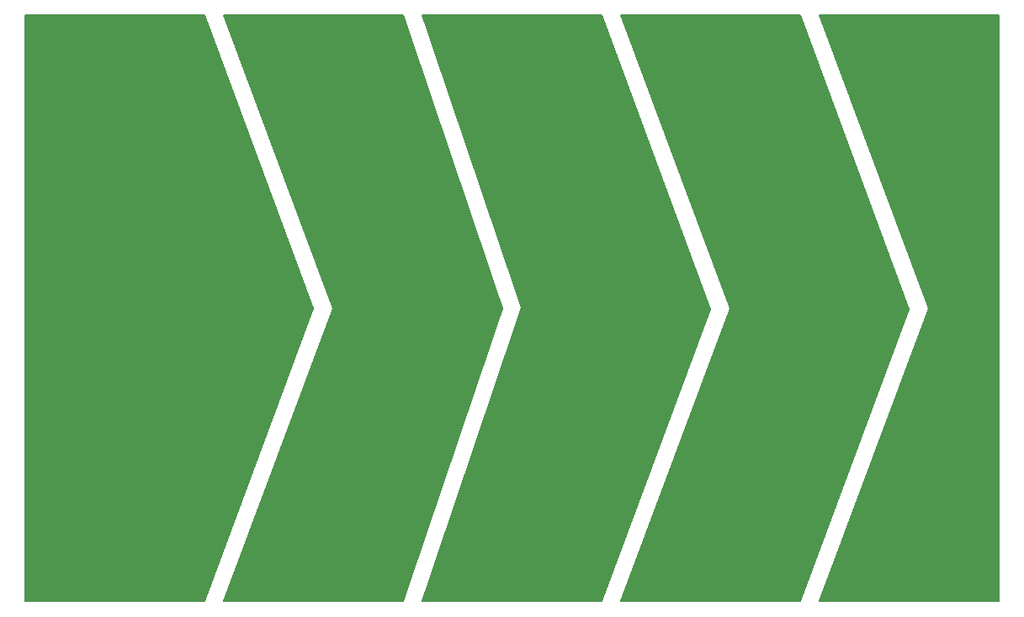
<source format=gbr>
%TF.GenerationSoftware,KiCad,Pcbnew,8.0.6*%
%TF.CreationDate,2024-11-11T19:11:30+01:00*%
%TF.ProjectId,touch-pad,746f7563-682d-4706-9164-2e6b69636164,rev?*%
%TF.SameCoordinates,Original*%
%TF.FileFunction,Copper,L1,Top*%
%TF.FilePolarity,Positive*%
%FSLAX46Y46*%
G04 Gerber Fmt 4.6, Leading zero omitted, Abs format (unit mm)*
G04 Created by KiCad (PCBNEW 8.0.6) date 2024-11-11 19:11:30*
%MOMM*%
%LPD*%
G01*
G04 APERTURE LIST*
%TA.AperFunction,Conductor*%
%ADD10C,0.200000*%
%TD*%
%TA.AperFunction,ComponentPad*%
%ADD11R,1.700000X1.700000*%
%TD*%
G04 APERTURE END LIST*
D10*
%TO.N,GPIO4_T*%
X195732500Y-96785000D02*
X184755000Y-126220000D01*
X184755000Y-67210000D01*
X195732500Y-96785000D01*
%TA.AperFunction,Conductor*%
G36*
X195732500Y-96785000D02*
G01*
X184755000Y-126220000D01*
X184755000Y-67210000D01*
X195732500Y-96785000D01*
G37*
%TD.AperFunction*%
%TO.N,GPIO32*%
X174766250Y-96750000D02*
X164777500Y-126220000D01*
X164777500Y-67210000D01*
X174766250Y-96750000D01*
%TA.AperFunction,Conductor*%
G36*
X174766250Y-96750000D02*
G01*
X164777500Y-126220000D01*
X164777500Y-67210000D01*
X174766250Y-96750000D01*
G37*
%TD.AperFunction*%
%TO.N,GPIO2*%
X126800000Y-67210000D02*
X144800000Y-67210000D01*
X144800000Y-126220000D01*
X126800000Y-126220000D01*
X126800000Y-67210000D01*
%TA.AperFunction,Conductor*%
G36*
X126800000Y-67210000D02*
G01*
X144800000Y-67210000D01*
X144800000Y-126220000D01*
X126800000Y-126220000D01*
X126800000Y-67210000D01*
G37*
%TD.AperFunction*%
%TO.N,GPIO4_T*%
X186732500Y-96885000D02*
X184755000Y-96815000D01*
%TO.N,GPIO33*%
X215710000Y-96785000D02*
X204732500Y-126220000D01*
X204732500Y-67210000D01*
X215710000Y-96785000D01*
%TA.AperFunction,Conductor*%
G36*
X215710000Y-96785000D02*
G01*
X204732500Y-126220000D01*
X204732500Y-67210000D01*
X215710000Y-96785000D01*
G37*
%TD.AperFunction*%
%TO.N,GPIO2*%
X126800000Y-96715000D02*
X146777500Y-96745000D01*
%TO.N,GPIO32*%
X164777500Y-126220000D02*
X146777500Y-126220000D01*
X157777500Y-96715000D01*
X146777500Y-67210000D01*
X164777500Y-67210000D01*
X164777500Y-126220000D01*
%TA.AperFunction,Conductor*%
G36*
X164777500Y-126220000D02*
G01*
X146777500Y-126220000D01*
X157777500Y-96715000D01*
X146777500Y-67210000D01*
X164777500Y-67210000D01*
X164777500Y-126220000D01*
G37*
%TD.AperFunction*%
%TO.N,GPIO2*%
X155777500Y-96745000D02*
X144800000Y-126220000D01*
X144800000Y-67210000D01*
X155777500Y-96745000D01*
%TA.AperFunction,Conductor*%
G36*
X155777500Y-96745000D02*
G01*
X144800000Y-126220000D01*
X144800000Y-67210000D01*
X155777500Y-96745000D01*
G37*
%TD.AperFunction*%
%TO.N,GPIO33*%
X204732500Y-126220000D02*
X186732500Y-126220000D01*
X197732500Y-96715000D01*
X186732500Y-67210000D01*
X204732500Y-67210000D01*
X204732500Y-126220000D01*
%TA.AperFunction,Conductor*%
G36*
X204732500Y-126220000D02*
G01*
X186732500Y-126220000D01*
X197732500Y-96715000D01*
X186732500Y-67210000D01*
X204732500Y-67210000D01*
X204732500Y-126220000D01*
G37*
%TD.AperFunction*%
%TO.N,GPIO27*%
X224710000Y-126220000D02*
X206710000Y-126220000D01*
X217710000Y-96715000D01*
X206710000Y-67210000D01*
X224710000Y-67210000D01*
X224710000Y-126220000D01*
%TA.AperFunction,Conductor*%
G36*
X224710000Y-126220000D02*
G01*
X206710000Y-126220000D01*
X217710000Y-96715000D01*
X206710000Y-67210000D01*
X224710000Y-67210000D01*
X224710000Y-126220000D01*
G37*
%TD.AperFunction*%
%TO.N,GPIO4_T*%
X184755000Y-126220000D02*
X166755000Y-126220000D01*
X176766250Y-96680000D01*
X166755000Y-67210000D01*
X184755000Y-67210000D01*
X184755000Y-126220000D01*
%TA.AperFunction,Conductor*%
G36*
X184755000Y-126220000D02*
G01*
X166755000Y-126220000D01*
X176766250Y-96680000D01*
X166755000Y-67210000D01*
X184755000Y-67210000D01*
X184755000Y-126220000D01*
G37*
%TD.AperFunction*%
%TD*%
D11*
%TO.P,J1,1,Pin_1*%
%TO.N,GPIO4_T*%
X175755000Y-122540000D03*
%TD*%
%TO.P,J2,1,Pin_1*%
%TO.N,GPIO33*%
X196770000Y-122540000D03*
%TD*%
%TO.P,J3,1,Pin_1*%
%TO.N,GPIO32*%
X155777500Y-122540000D03*
%TD*%
%TO.P,J4,1,Pin_1*%
%TO.N,GPIO27*%
X215710000Y-122540000D03*
%TD*%
%TO.P,J5,1,Pin_1*%
%TO.N,GPIO2*%
X135800000Y-122540000D03*
%TD*%
M02*

</source>
